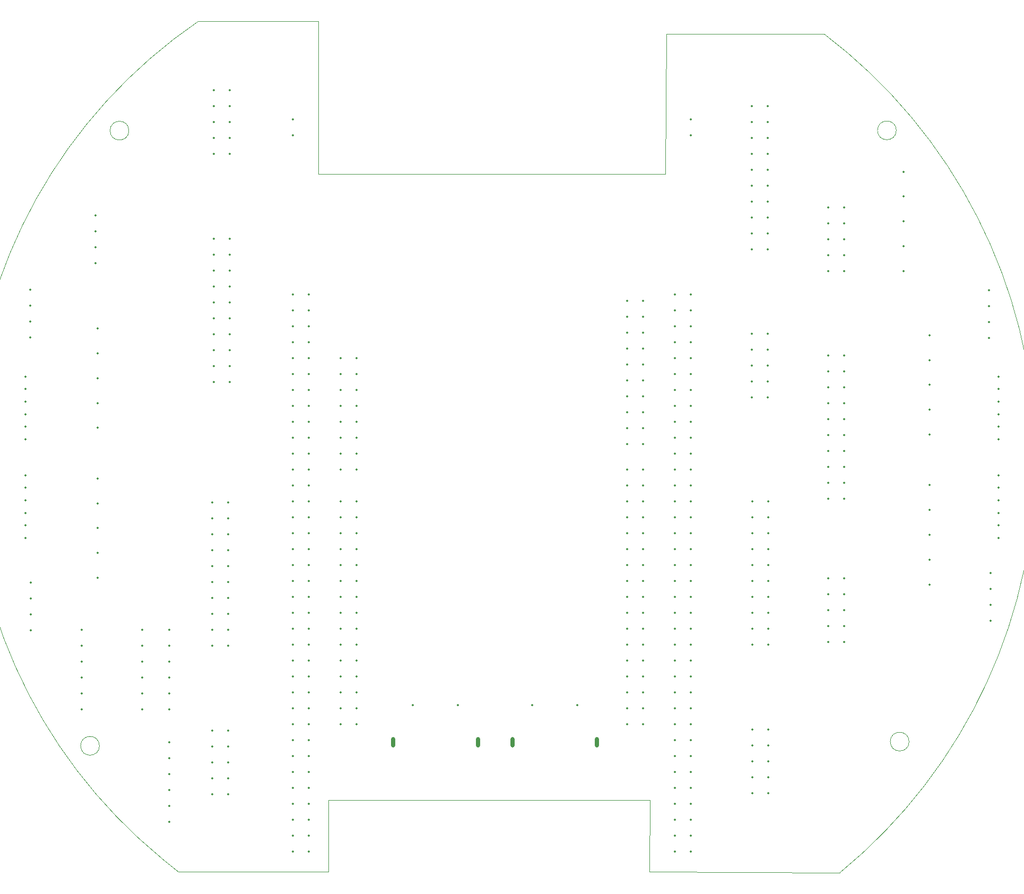
<source format=gko>
%TF.GenerationSoftware,KiCad,Pcbnew,8.0.6*%
%TF.CreationDate,2024-11-11T21:37:21+01:00*%
%TF.ProjectId,Mainboard,4d61696e-626f-4617-9264-2e6b69636164,rev?*%
%TF.SameCoordinates,Original*%
%TF.FileFunction,Profile,NP*%
%FSLAX46Y46*%
G04 Gerber Fmt 4.6, Leading zero omitted, Abs format (unit mm)*
G04 Created by KiCad (PCBNEW 8.0.6) date 2024-11-11 21:37:21*
%MOMM*%
%LPD*%
G01*
G04 APERTURE LIST*
%TA.AperFunction,Profile*%
%ADD10C,0.050000*%
%TD*%
%ADD11C,0.350000*%
%ADD12O,0.600000X1.700000*%
G04 APERTURE END LIST*
D10*
X212750000Y-60550000D02*
X237910000Y-60550000D01*
X157260000Y-58540000D02*
X157230000Y-82890000D01*
X132241578Y-192126659D02*
G75*
G02*
X138110000Y-58540001I52938422J64596659D01*
G01*
X158840000Y-182870000D02*
X210160000Y-182870000D01*
X251500000Y-173500000D02*
G75*
G02*
X248500000Y-173500000I-1500000J0D01*
G01*
X248500000Y-173500000D02*
G75*
G02*
X251500000Y-173500000I1500000J0D01*
G01*
X157230000Y-82890000D02*
X212620000Y-82890000D01*
X210100000Y-194260000D02*
X240491643Y-194396228D01*
X150790000Y-58540000D02*
X157260000Y-58540000D01*
X158840000Y-192440000D02*
X158840000Y-182870000D01*
X237910000Y-60550000D02*
G75*
G02*
X240491643Y-194396228I-51430000J-67940000D01*
G01*
X249460000Y-75960000D02*
G75*
G02*
X246460000Y-75960000I-1500000J0D01*
G01*
X246460000Y-75960000D02*
G75*
G02*
X249460000Y-75960000I1500000J0D01*
G01*
X122300000Y-174170000D02*
G75*
G02*
X119300000Y-174170000I-1500000J0D01*
G01*
X119300000Y-174170000D02*
G75*
G02*
X122300000Y-174170000I1500000J0D01*
G01*
X210160000Y-182870000D02*
X210100000Y-194260000D01*
X158840000Y-192440000D02*
X158840000Y-194250000D01*
X127000000Y-76000000D02*
G75*
G02*
X124000000Y-76000000I-1500000J0D01*
G01*
X124000000Y-76000000D02*
G75*
G02*
X127000000Y-76000000I1500000J0D01*
G01*
X158840000Y-194250000D02*
X134920000Y-194240000D01*
X212620000Y-82890000D02*
X212750000Y-60550000D01*
X132241578Y-192126659D02*
X134920000Y-194240000D01*
X138110000Y-58540000D02*
X150790000Y-58540000D01*
D11*
X238600000Y-147468000D03*
X241140000Y-147468000D03*
X238600000Y-150008000D03*
X241140000Y-150008000D03*
X238600000Y-152548000D03*
X241140000Y-152548000D03*
X238600000Y-155088000D03*
X241140000Y-155088000D03*
X238600000Y-157628000D03*
X241140000Y-157628000D03*
X250650000Y-98390000D03*
X250650000Y-94430000D03*
X250650000Y-90470000D03*
X250650000Y-86510000D03*
X250650000Y-82550000D03*
X229000000Y-135190000D03*
X226460000Y-135190000D03*
X229000000Y-137730000D03*
X226460000Y-137730000D03*
X229000000Y-140270000D03*
X226460000Y-140270000D03*
X229000000Y-142810000D03*
X226460000Y-142810000D03*
X229000000Y-145350000D03*
X226460000Y-145350000D03*
X229000000Y-147890000D03*
X226460000Y-147890000D03*
X229000000Y-150430000D03*
X226460000Y-150430000D03*
X229000000Y-152970000D03*
X226460000Y-152970000D03*
X229000000Y-155510000D03*
X226460000Y-155510000D03*
X229000000Y-158050000D03*
X226460000Y-158050000D03*
X229000000Y-171570000D03*
X226460000Y-171570000D03*
X229000000Y-174110000D03*
X226460000Y-174110000D03*
X229000000Y-176650000D03*
X226460000Y-176650000D03*
X229000000Y-179190000D03*
X226460000Y-179190000D03*
X229000000Y-181730000D03*
X226460000Y-181730000D03*
X140575000Y-116125000D03*
X143115000Y-116125000D03*
X140575000Y-113585000D03*
X143115000Y-113585000D03*
X140575000Y-111045000D03*
X143115000Y-111045000D03*
X140575000Y-108505000D03*
X143115000Y-108505000D03*
X140575000Y-105965000D03*
X143115000Y-105965000D03*
X140575000Y-103425000D03*
X143115000Y-103425000D03*
X140575000Y-100885000D03*
X143115000Y-100885000D03*
X140575000Y-98345000D03*
X143115000Y-98345000D03*
X140575000Y-95805000D03*
X143115000Y-95805000D03*
X140575000Y-93265000D03*
X143115000Y-93265000D03*
X140575000Y-79745000D03*
X143115000Y-79745000D03*
X140575000Y-77205000D03*
X143115000Y-77205000D03*
X140575000Y-74665000D03*
X143115000Y-74665000D03*
X140575000Y-72125000D03*
X143115000Y-72125000D03*
X140575000Y-69585000D03*
X143115000Y-69585000D03*
X142880000Y-135350000D03*
X140340000Y-135350000D03*
X142880000Y-137890000D03*
X140340000Y-137890000D03*
X142880000Y-140430000D03*
X140340000Y-140430000D03*
X142880000Y-142970000D03*
X140340000Y-142970000D03*
X142880000Y-145510000D03*
X140340000Y-145510000D03*
X142880000Y-148050000D03*
X140340000Y-148050000D03*
X142880000Y-150590000D03*
X140340000Y-150590000D03*
X142880000Y-153130000D03*
X140340000Y-153130000D03*
X142880000Y-155670000D03*
X140340000Y-155670000D03*
X142880000Y-158210000D03*
X140340000Y-158210000D03*
X142880000Y-171730000D03*
X140340000Y-171730000D03*
X142880000Y-174270000D03*
X140340000Y-174270000D03*
X142880000Y-176810000D03*
X140340000Y-176810000D03*
X142880000Y-179350000D03*
X140340000Y-179350000D03*
X142880000Y-181890000D03*
X140340000Y-181890000D03*
X133460000Y-173627500D03*
X133460000Y-176167500D03*
X133460000Y-178707500D03*
X133460000Y-181247500D03*
X133460000Y-183787500D03*
X133460000Y-186327500D03*
X238630000Y-134780000D03*
X241170000Y-134780000D03*
X238630000Y-132240000D03*
X241170000Y-132240000D03*
X238630000Y-129700000D03*
X241170000Y-129700000D03*
X238630000Y-127160000D03*
X241170000Y-127160000D03*
X238630000Y-124620000D03*
X241170000Y-124620000D03*
X238630000Y-122080000D03*
X241170000Y-122080000D03*
X238630000Y-119540000D03*
X241170000Y-119540000D03*
X238630000Y-117000000D03*
X241170000Y-117000000D03*
X238630000Y-114460000D03*
X241170000Y-114460000D03*
X238630000Y-111920000D03*
X241170000Y-111920000D03*
X238630000Y-98400000D03*
X241170000Y-98400000D03*
X238630000Y-95860000D03*
X241170000Y-95860000D03*
X238630000Y-93320000D03*
X241170000Y-93320000D03*
X238630000Y-90780000D03*
X241170000Y-90780000D03*
X238630000Y-88240000D03*
X241170000Y-88240000D03*
X133460000Y-155640000D03*
X133460000Y-158180000D03*
X133460000Y-160720000D03*
X133460000Y-163260000D03*
X133460000Y-165800000D03*
X133460000Y-168340000D03*
X119500000Y-155650000D03*
X119500000Y-158190000D03*
X119500000Y-160730000D03*
X119500000Y-163270000D03*
X119500000Y-165810000D03*
X119500000Y-168350000D03*
X121670000Y-89530000D03*
X121670000Y-92070000D03*
X121670000Y-94610000D03*
X121670000Y-97150000D03*
X129166700Y-155668000D03*
X129166700Y-158208000D03*
X129166700Y-160748000D03*
X129166700Y-163288000D03*
X129166700Y-165828000D03*
X129166700Y-168368000D03*
X153168300Y-74210000D03*
X153168300Y-76750000D03*
X216668300Y-74210000D03*
X216668300Y-76750000D03*
X206508300Y-103166000D03*
X209048300Y-103166000D03*
X206508300Y-105706000D03*
X209048300Y-105706000D03*
X206508300Y-108246000D03*
X209048300Y-108246000D03*
X206508300Y-110786000D03*
X209048300Y-110786000D03*
X206508300Y-113326000D03*
X209048300Y-113326000D03*
X206508300Y-115866000D03*
X209048300Y-115866000D03*
X206508300Y-118406000D03*
X209048300Y-118406000D03*
X206508300Y-120946000D03*
X209048300Y-120946000D03*
X206508300Y-123486000D03*
X209048300Y-123486000D03*
X206508300Y-126026000D03*
X209048300Y-126026000D03*
X160788300Y-112310000D03*
X163328300Y-112310000D03*
X160788300Y-114850000D03*
X163328300Y-114850000D03*
X160788300Y-117390000D03*
X163328300Y-117390000D03*
X160788300Y-119930000D03*
X163328300Y-119930000D03*
X160788300Y-122470000D03*
X163328300Y-122470000D03*
X160788300Y-125010000D03*
X163328300Y-125010000D03*
X160788300Y-127550000D03*
X163328300Y-127550000D03*
X160788300Y-130090000D03*
X163328300Y-130090000D03*
X160788300Y-135170000D03*
X163328300Y-135170000D03*
X160788300Y-137710000D03*
X163328300Y-137710000D03*
X160788300Y-140250000D03*
X163328300Y-140250000D03*
X160788300Y-142790000D03*
X163328300Y-142790000D03*
X160788300Y-145330000D03*
X163328300Y-145330000D03*
X160788300Y-147870000D03*
X163328300Y-147870000D03*
X160788300Y-150410000D03*
X163328300Y-150410000D03*
X160788300Y-152950000D03*
X163328300Y-152950000D03*
X160788300Y-155490000D03*
X163328300Y-155490000D03*
X160788300Y-158030000D03*
X163328300Y-158030000D03*
X160788300Y-160570000D03*
X163328300Y-160570000D03*
X160788300Y-163110000D03*
X163328300Y-163110000D03*
X160788300Y-165650000D03*
X163328300Y-165650000D03*
X160788300Y-168190000D03*
X163328300Y-168190000D03*
X160788300Y-170730000D03*
X163328300Y-170730000D03*
X206508300Y-130090000D03*
X209048300Y-130090000D03*
X206508300Y-132630000D03*
X209048300Y-132630000D03*
X206508300Y-135170000D03*
X209048300Y-135170000D03*
X206508300Y-137710000D03*
X209048300Y-137710000D03*
X206508300Y-140250000D03*
X209048300Y-140250000D03*
X206508300Y-142790000D03*
X209048300Y-142790000D03*
X206508300Y-145330000D03*
X209048300Y-145330000D03*
X206508300Y-147870000D03*
X209048300Y-147870000D03*
X206508300Y-150410000D03*
X209048300Y-150410000D03*
X206508300Y-152950000D03*
X209048300Y-152950000D03*
X206508300Y-155490000D03*
X209048300Y-155490000D03*
X206508300Y-158030000D03*
X209048300Y-158030000D03*
X206508300Y-160570000D03*
X209048300Y-160570000D03*
X206508300Y-163110000D03*
X209048300Y-163110000D03*
X206508300Y-165650000D03*
X209048300Y-165650000D03*
X206508300Y-168190000D03*
X209048300Y-168190000D03*
X206508300Y-170730000D03*
X209048300Y-170730000D03*
X153168300Y-102150000D03*
X155708300Y-102150000D03*
X153168300Y-104690000D03*
X155708300Y-104690000D03*
X153168300Y-107230000D03*
X155708300Y-107230000D03*
X153168300Y-109770000D03*
X155708300Y-109770000D03*
X153168300Y-112310000D03*
X155708300Y-112310000D03*
X153168300Y-114850000D03*
X155708300Y-114850000D03*
X153168300Y-117390000D03*
X155708300Y-117390000D03*
X153168300Y-119930000D03*
X155708300Y-119930000D03*
X153168300Y-122470000D03*
X155708300Y-122470000D03*
X153168300Y-125010000D03*
X155708300Y-125010000D03*
X153168300Y-127550000D03*
X155708300Y-127550000D03*
X153168300Y-130090000D03*
X155708300Y-130090000D03*
X153168300Y-132630000D03*
X155708300Y-132630000D03*
X153168300Y-135170000D03*
X155708300Y-135170000D03*
X153168300Y-137710000D03*
X155708300Y-137710000D03*
X153168300Y-140250000D03*
X155708300Y-140250000D03*
X153168300Y-142790000D03*
X155708300Y-142790000D03*
X153168300Y-145330000D03*
X155708300Y-145330000D03*
X153168300Y-147870000D03*
X155708300Y-147870000D03*
X153168300Y-150410000D03*
X155708300Y-150410000D03*
X153168300Y-152950000D03*
X155708300Y-152950000D03*
X153168300Y-155490000D03*
X155708300Y-155490000D03*
X153168300Y-158030000D03*
X155708300Y-158030000D03*
X153168300Y-160570000D03*
X155708300Y-160570000D03*
X153168300Y-163110000D03*
X155708300Y-163110000D03*
X153168300Y-165650000D03*
X155708300Y-165650000D03*
X153168300Y-168190000D03*
X155708300Y-168190000D03*
X153168300Y-170730000D03*
X155708300Y-170730000D03*
X153168300Y-173270000D03*
X155708300Y-173270000D03*
X153168300Y-175810000D03*
X155708300Y-175810000D03*
X153168300Y-178350000D03*
X155708300Y-178350000D03*
X153168300Y-180890000D03*
X155708300Y-180890000D03*
X153168300Y-183430000D03*
X155708300Y-183430000D03*
X153168300Y-185970000D03*
X155708300Y-185970000D03*
X153168300Y-188510000D03*
X155708300Y-188510000D03*
X214128300Y-102170000D03*
X216668300Y-102170000D03*
X214128300Y-104710000D03*
X216668300Y-104710000D03*
X214128300Y-107250000D03*
X216668300Y-107250000D03*
X214128300Y-109790000D03*
X216668300Y-109790000D03*
X214128300Y-112330000D03*
X216668300Y-112330000D03*
X214128300Y-114870000D03*
X216668300Y-114870000D03*
X214128300Y-117410000D03*
X216668300Y-117410000D03*
X214128300Y-119950000D03*
X216668300Y-119950000D03*
X214128300Y-122490000D03*
X216668300Y-122490000D03*
X214128300Y-125030000D03*
X216668300Y-125030000D03*
X214128300Y-127570000D03*
X216668300Y-127570000D03*
X214128300Y-130110000D03*
X216668300Y-130110000D03*
X214128300Y-132650000D03*
X216668300Y-132650000D03*
X214128300Y-135190000D03*
X216668300Y-135190000D03*
X214128300Y-137730000D03*
X216668300Y-137730000D03*
X214128300Y-140270000D03*
X216668300Y-140270000D03*
X214128300Y-142810000D03*
X216668300Y-142810000D03*
X214128300Y-145350000D03*
X216668300Y-145350000D03*
X214128300Y-147890000D03*
X216668300Y-147890000D03*
X214128300Y-150430000D03*
X216668300Y-150430000D03*
X214128300Y-152970000D03*
X216668300Y-152970000D03*
X214128300Y-155510000D03*
X216668300Y-155510000D03*
X214128300Y-158050000D03*
X216668300Y-158050000D03*
X214128300Y-160590000D03*
X216668300Y-160590000D03*
X214128300Y-163130000D03*
X216668300Y-163130000D03*
X214128300Y-165670000D03*
X216668300Y-165670000D03*
X214128300Y-168210000D03*
X216668300Y-168210000D03*
X214128300Y-170750000D03*
X216668300Y-170750000D03*
X214128300Y-173290000D03*
X216668300Y-173290000D03*
X214128300Y-175830000D03*
X216668300Y-175830000D03*
X214128300Y-178370000D03*
X216668300Y-178370000D03*
X214128300Y-180910000D03*
X216668300Y-180910000D03*
X214128300Y-183450000D03*
X216668300Y-183450000D03*
X214128300Y-185990000D03*
X216668300Y-185990000D03*
X214128300Y-188530000D03*
X216668300Y-188530000D03*
X214128300Y-191070000D03*
X216668300Y-191070000D03*
X153168300Y-191050000D03*
X155708300Y-191050000D03*
X228970000Y-72050000D03*
X226430000Y-72050000D03*
X228970000Y-74590000D03*
X226430000Y-74590000D03*
X228970000Y-77130000D03*
X226430000Y-77130000D03*
X228970000Y-79670000D03*
X226430000Y-79670000D03*
X228970000Y-82210000D03*
X226430000Y-82210000D03*
X228970000Y-84750000D03*
X226430000Y-84750000D03*
X228970000Y-87290000D03*
X226430000Y-87290000D03*
X228970000Y-89830000D03*
X226430000Y-89830000D03*
X228970000Y-92370000D03*
X226430000Y-92370000D03*
X228970000Y-94910000D03*
X226430000Y-94910000D03*
X228970000Y-108430000D03*
X226430000Y-108430000D03*
X228970000Y-110970000D03*
X226430000Y-110970000D03*
X228970000Y-113510000D03*
X226430000Y-113510000D03*
X228970000Y-116050000D03*
X226430000Y-116050000D03*
X228970000Y-118590000D03*
X226430000Y-118590000D03*
X254750000Y-132580000D03*
X254750000Y-136540000D03*
X254750000Y-140500000D03*
X254750000Y-144460000D03*
X254750000Y-148420000D03*
X110500000Y-115250000D03*
X110500000Y-117250000D03*
X110500000Y-119250000D03*
X110500000Y-121250000D03*
X110500000Y-123250000D03*
X110500000Y-125250000D03*
D12*
X188190000Y-173640000D03*
X201690000Y-173640000D03*
D11*
X191340000Y-167640000D03*
X198540000Y-167640000D03*
X264500000Y-146630000D03*
X264500000Y-149170000D03*
X264500000Y-151710000D03*
X264500000Y-154250000D03*
X122000000Y-147350000D03*
X122000000Y-143390000D03*
X122000000Y-139430000D03*
X122000000Y-135470000D03*
X122000000Y-131510000D03*
D12*
X169180000Y-173640000D03*
X182680000Y-173640000D03*
D11*
X172330000Y-167640000D03*
X179530000Y-167640000D03*
X111300000Y-101420000D03*
X111300000Y-103960000D03*
X111300000Y-106500000D03*
X111300000Y-109040000D03*
X110500000Y-131000000D03*
X110500000Y-133000000D03*
X110500000Y-135000000D03*
X110500000Y-137000000D03*
X110500000Y-139000000D03*
X110500000Y-141000000D03*
X111310000Y-148130000D03*
X111310000Y-150670000D03*
X111310000Y-153210000D03*
X111310000Y-155750000D03*
X265750000Y-141000000D03*
X265750000Y-139000000D03*
X265750000Y-137000000D03*
X265750000Y-135000000D03*
X265750000Y-133000000D03*
X265750000Y-131000000D03*
X254750000Y-108660000D03*
X254750000Y-112620000D03*
X254750000Y-116580000D03*
X254750000Y-120540000D03*
X254750000Y-124500000D03*
X265750000Y-125250000D03*
X265750000Y-123250000D03*
X265750000Y-121250000D03*
X265750000Y-119250000D03*
X265750000Y-117250000D03*
X265750000Y-115250000D03*
X264250000Y-101450000D03*
X264250000Y-103990000D03*
X264250000Y-106530000D03*
X264250000Y-109070000D03*
X122000000Y-123430000D03*
X122000000Y-119470000D03*
X122000000Y-115510000D03*
X122000000Y-111550000D03*
X122000000Y-107590000D03*
M02*

</source>
